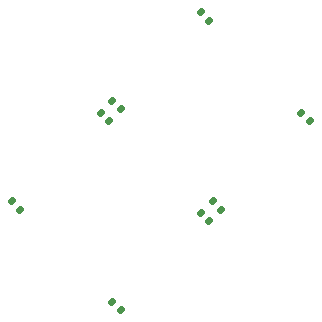
<source format=gtp>
%TF.GenerationSoftware,KiCad,Pcbnew,(6.0.9)*%
%TF.CreationDate,2023-04-13T12:37:54+10:00*%
%TF.ProjectId,Dpadleft,44706164-6c65-4667-942e-6b696361645f,rev?*%
%TF.SameCoordinates,PX6bc3e40PY700e860*%
%TF.FileFunction,Paste,Top*%
%TF.FilePolarity,Positive*%
%FSLAX46Y46*%
G04 Gerber Fmt 4.6, Leading zero omitted, Abs format (unit mm)*
G04 Created by KiCad (PCBNEW (6.0.9)) date 2023-04-13 12:37:54*
%MOMM*%
%LPD*%
G01*
G04 APERTURE LIST*
G04 Aperture macros list*
%AMRoundRect*
0 Rectangle with rounded corners*
0 $1 Rounding radius*
0 $2 $3 $4 $5 $6 $7 $8 $9 X,Y pos of 4 corners*
0 Add a 4 corners polygon primitive as box body*
4,1,4,$2,$3,$4,$5,$6,$7,$8,$9,$2,$3,0*
0 Add four circle primitives for the rounded corners*
1,1,$1+$1,$2,$3*
1,1,$1+$1,$4,$5*
1,1,$1+$1,$6,$7*
1,1,$1+$1,$8,$9*
0 Add four rect primitives between the rounded corners*
20,1,$1+$1,$2,$3,$4,$5,0*
20,1,$1+$1,$4,$5,$6,$7,0*
20,1,$1+$1,$6,$7,$8,$9,0*
20,1,$1+$1,$8,$9,$2,$3,0*%
G04 Aperture macros list end*
%ADD10RoundRect,0.135000X-0.226274X-0.035355X-0.035355X-0.226274X0.226274X0.035355X0.035355X0.226274X0*%
%ADD11RoundRect,0.135000X0.226274X0.035355X0.035355X0.226274X-0.226274X-0.035355X-0.035355X-0.226274X0*%
G04 APERTURE END LIST*
D10*
%TO.C,R12*%
X31389376Y4110624D03*
X32110624Y3389376D03*
%TD*%
%TO.C,R9*%
X22889376Y12610624D03*
X23610624Y11889376D03*
%TD*%
%TO.C,R10*%
X14389376Y4110624D03*
X15110624Y3389376D03*
%TD*%
D11*
%TO.C,R3*%
X16110624Y-12610624D03*
X15389376Y-11889376D03*
%TD*%
%TO.C,R4*%
X24610624Y-4110624D03*
X23889376Y-3389376D03*
%TD*%
%TO.C,R1*%
X16110624Y4389376D03*
X15389376Y5110624D03*
%TD*%
D10*
%TO.C,R11*%
X22889376Y-4389376D03*
X23610624Y-5110624D03*
%TD*%
D11*
%TO.C,R2*%
X7610624Y-4110624D03*
X6889376Y-3389376D03*
%TD*%
M02*

</source>
